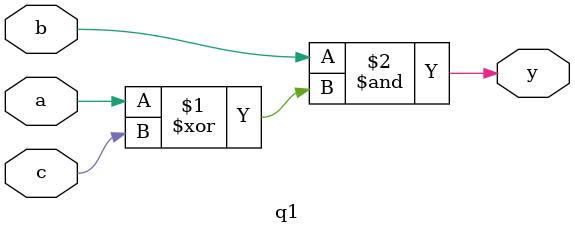
<source format=v>
`timescale 1ns / 1ps
module q1(a,b,c,y);
input a,b,c;
output y;
assign y=b&(a^c);
endmodule

</source>
